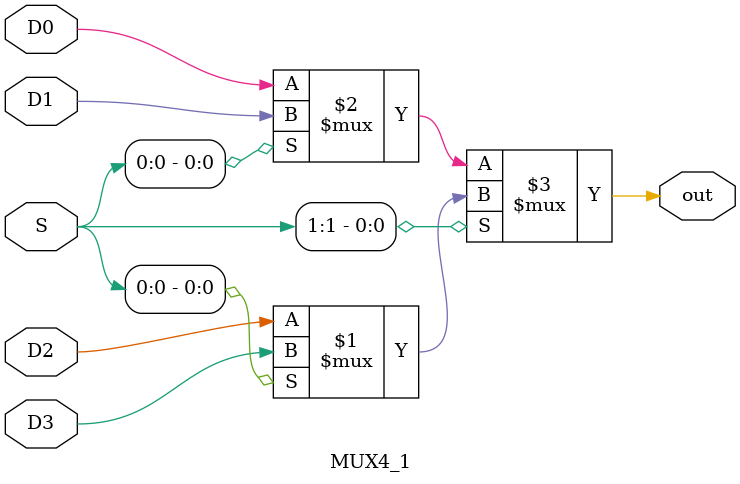
<source format=v>
/********************************************************************************
*	Author : Ehsan Shahbazi	
*	Description : data flow	ALU with logic and arithmetic unit
********************************************************************************/

module MUX4_1(out, D0, D1, D2, D3, S);

	output out;
	input D0,D1,D2,D3;
	input [1:0] S;
	
	assign out = (S[1]) ? (S[0] ? D3 : D2) : (S[0] ? D1 : D0);
endmodule

</source>
